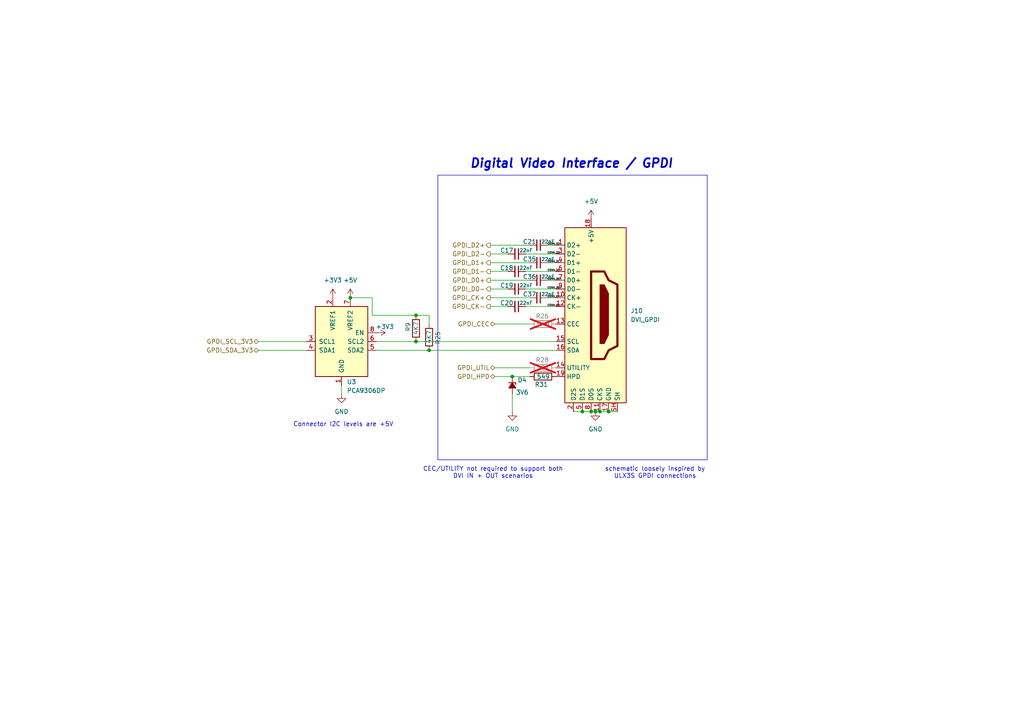
<source format=kicad_sch>
(kicad_sch (version 20231120) (generator "eeschema") (generator_version "8.0")
  (paper "A4")
  (lib_symbols
    (symbol "Connector:HDMI_A"
      (property "Reference" "J10" (at 11.43 1.2701 0))
      (property "Value" "DVI_GPDI" (at 11.43 -1.2699 0))
      (symbol "HDMI_A_0_1"
        (rectangle (start -7.62 25.4) (end 10.16 -25.4) (stroke (width 0.254)) (fill (type background)))
        (polyline (pts (xy 2.54 8.89) (xy 3.81 8.89) (xy 5.08 6.35) (xy 5.08 -5.715) (xy 3.81 -8.255) (xy 2.54 -8.255) (xy 2.54 8.89)) (fill (type outline)))
        (polyline (pts (xy 0 12.7) (xy 0 -12.7) (xy 3.81 -12.7) (xy 5.08 -10.16) (xy 7.62 -8.89) (xy 7.62 8.89) (xy 5.08 10.16) (xy 3.81 12.7) (xy 0 12.7)) (stroke (width 0.635)))
      )
      (symbol "HDMI_A_1_1"
        (pin passive line (at -10.16 20.32 0) (length 2.54) (name "D2+") (number "1"))
        (pin passive line (at -10.16 5.08 0) (length 2.54) (name "CK+") (number "10"))
        (pin power_in line (at 2.54 -27.94 90) (length 2.54) (name "CKS") (number "11"))
        (pin passive line (at -10.16 2.54 0) (length 2.54) (name "CK-") (number "12"))
        (pin bidirectional line (at -10.16 -2.54 0) (length 2.54) (name "CEC") (number "13"))
        (pin passive line (at -10.16 -15.24 0) (length 2.54) (name "UTILITY") (number "14"))
        (pin passive line (at -10.16 -7.62 0) (length 2.54) (name "SCL") (number "15"))
        (pin bidirectional line (at -10.16 -10.16 0) (length 2.54) (name "SDA") (number "16"))
        (pin power_in line (at 5.08 -27.94 90) (length 2.54) (name "GND") (number "17"))
        (pin power_in line (at 0 27.94 270) (length 2.54) (name "+5V") (number "18"))
        (pin passive line (at -10.16 -17.78 0) (length 2.54) (name "HPD") (number "19"))
        (pin power_in line (at -5.08 -27.94 90) (length 2.54) (name "D2S") (number "2"))
        (pin passive line (at -10.16 17.78 0) (length 2.54) (name "D2-") (number "3"))
        (pin passive line (at -10.16 15.24 0) (length 2.54) (name "D1+") (number "4"))
        (pin power_in line (at -2.54 -27.94 90) (length 2.54) (name "D1S") (number "5"))
        (pin passive line (at -10.16 12.7 0) (length 2.54) (name "D1-") (number "6"))
        (pin passive line (at -10.16 10.16 0) (length 2.54) (name "D0+") (number "7"))
        (pin power_in line (at 0 -27.94 90) (length 2.54) (name "D0S") (number "8"))
        (pin passive line (at -10.16 7.62 0) (length 2.54) (name "D0-") (number "9"))
        (pin passive line (at 7.62 -27.94 90) (length 2.54) (name "SH") (number "SH"))
      )
    )
    (symbol "Device:D_Zener_Small_Filled" (pin_numbers hide) (pin_names (offset 0.254) hide)
      (property "Reference" "D" (at 0 2.286 0))
      (property "Value" "D_Zener_Small_Filled" (at 0 -2.286 0))
      (symbol "D_Zener_Small_Filled_0_1"
        (polyline (pts (xy 0.762 0) (xy -0.762 0)))
        (polyline (pts (xy -0.254 1.016) (xy -0.762 1.016) (xy -0.762 -1.016)) (stroke (width 0.254)))
        (polyline (pts (xy 0.762 1.016) (xy -0.762 0) (xy 0.762 -1.016) (xy 0.762 1.016)) (stroke (width 0.254)) (fill (type outline)))
      )
      (symbol "D_Zener_Small_Filled_1_1"
        (pin passive line (at -2.54 0 0) (length 1.778) (name "K") (number "1"))
        (pin passive line (at 2.54 0 180) (length 1.778) (name "A") (number "2"))
      )
    )
    (symbol "Device:R" (pin_numbers hide) (pin_names (offset 0))
      (property "Reference" "R" (at 2.032 0 90))
      (property "Value" "R" (at 0 0 90))
      (symbol "R_0_1"
        (rectangle (start -1.016 -2.54) (end 1.016 2.54) (stroke (width 0.254)))
      )
      (symbol "R_1_1"
        (pin passive line (at 0 3.81 270) (length 1.27) (name "~") (number "1"))
        (pin passive line (at 0 -3.81 90) (length 1.27) (name "~") (number "2"))
      )
    )
    (symbol "Interface:PCA9306DP" (pin_names (offset 1.016))
      (property "Reference" "U" (at -7.62 11.43 0))
      (property "Value" "PCA9306DP" (at 3.81 11.43 0))
      (symbol "PCA9306DP_0_1"
        (rectangle (start -7.62 10.16) (end 7.62 -10.16) (stroke (width 0.254)) (fill (type background)))
      )
      (symbol "PCA9306DP_1_1"
        (pin power_in line (at 0 -12.7 90) (length 2.54) (name "GND") (number "1"))
        (pin power_in line (at -2.54 12.7 270) (length 2.54) (name "VREF1") (number "2"))
        (pin bidirectional line (at -10.16 0 0) (length 2.54) (name "SCL1") (number "3"))
        (pin bidirectional line (at -10.16 -2.54 0) (length 2.54) (name "SDA1") (number "4"))
        (pin bidirectional line (at 10.16 -2.54 180) (length 2.54) (name "SDA2") (number "5"))
        (pin bidirectional line (at 10.16 0 180) (length 2.54) (name "SCL2") (number "6"))
        (pin power_in line (at 2.54 12.7 270) (length 2.54) (name "VREF2") (number "7"))
        (pin input line (at 10.16 2.54 180) (length 2.54) (name "EN") (number "8"))
      )
    )
    (symbol "OLIMEX_RCL:C" (pin_numbers hide) (pin_names (offset 0.254) hide)
      (property "Reference" "C" (at 0.254 1.778 0))
      (property "Value" "C" (at 0.254 -2.032 0))
      (symbol "C_0_1"
        (polyline (pts (xy -1.524 -0.508) (xy 1.524 -0.508)) (stroke (width 0.3302)))
        (polyline (pts (xy -1.524 0.508) (xy 1.524 0.508)) (stroke (width 0.3048)))
      )
      (symbol "C_1_1"
        (pin passive line (at 0 2.54 270) (length 1.905) (name "~") (number "1"))
        (pin passive line (at 0 -2.54 90) (length 2.032) (name "~") (number "2"))
      )
    )
    (symbol "power:+3V3" (power) (pin_names (offset 0))
      (property "Value" "+3V3" (at 0 3.556 0))
      (symbol "+3V3_0_1"
        (polyline (pts (xy -0.762 1.27) (xy 0 2.54)))
        (polyline (pts (xy 0 0) (xy 0 2.54)))
        (polyline (pts (xy 0 2.54) (xy 0.762 1.27)))
      )
      (symbol "+3V3_1_1"
        (pin power_in line (at 0 0 90) (length 0) hide (name "+3V3") (number "1"))
      )
    )
    (symbol "power:+5V" (power) (pin_numbers hide) (pin_names (offset 0) hide)
      (property "Value" "+5V" (at 0 3.556 0))
      (symbol "+5V_0_1"
        (polyline (pts (xy -0.762 1.27) (xy 0 2.54)))
        (polyline (pts (xy 0 0) (xy 0 2.54)))
        (polyline (pts (xy 0 2.54) (xy 0.762 1.27)))
      )
      (symbol "+5V_1_1"
        (pin power_in line (at 0 0 90) (length 0) (name "~") (number "1"))
      )
    )
    (symbol "power:GND" (power) (pin_names (offset 0))
      (property "Value" "GND" (at 0 -3.81 0))
      (symbol "GND_0_1"
        (polyline (pts (xy 0 0) (xy 0 -1.27) (xy 1.27 -1.27) (xy 0 -2.54) (xy -1.27 -1.27) (xy 0 -1.27)))
      )
      (symbol "GND_1_1"
        (pin power_in line (at 0 0 270) (length 0) hide (name "GND") (number "1"))
      )
    )
  )
  (junction (at 171.45 119.38))
  (junction (at 172.72 119.38))
  (junction (at 120.65 91.44))
  (junction (at 124.46 101.6))
  (junction (at 148.59 109.22))
  (junction (at 120.65 99.06))
  (junction (at 101.6 86.36))
  (junction (at 173.99 119.38))
  (junction (at 168.91 119.38))
  (junction (at 176.53 119.38))
  (wire (pts (xy 142.24 81.28) (xy 153.67 81.28)))
  (wire (pts (xy 148.59 109.22) (xy 153.67 109.22)))
  (wire (pts (xy 109.22 99.06) (xy 120.65 99.06)))
  (wire (pts (xy 74.93 101.6) (xy 88.9 101.6)))
  (wire (pts (xy 152.4 83.82) (xy 161.29 83.82)))
  (wire (pts (xy 142.24 76.2) (xy 153.67 76.2)))
  (wire (pts (xy 142.24 88.9) (xy 147.32 88.9)))
  (wire (pts (xy 142.24 78.74) (xy 147.32 78.74)))
  (wire (pts (xy 168.91 119.38) (xy 171.45 119.38)))
  (wire (pts (xy 171.45 119.38) (xy 172.72 119.38)))
  (wire (pts (xy 143.51 93.98) (xy 153.67 93.98)))
  (wire (pts (xy 99.06 111.76) (xy 99.06 114.3)))
  (wire (pts (xy 109.22 101.6) (xy 124.46 101.6)))
  (wire (pts (xy 166.37 119.38) (xy 168.91 119.38)))
  (wire (pts (xy 120.65 91.44) (xy 107.95 91.44)))
  (wire (pts (xy 74.93 99.06) (xy 88.9 99.06)))
  (wire (pts (xy 158.75 71.12) (xy 161.29 71.12)))
  (wire (pts (xy 172.72 119.38) (xy 173.99 119.38)))
  (wire (pts (xy 158.75 81.28) (xy 161.29 81.28)))
  (wire (pts (xy 142.24 73.66) (xy 147.32 73.66)))
  (wire (pts (xy 124.46 91.44) (xy 120.65 91.44)))
  (wire (pts (xy 120.65 99.06) (xy 161.29 99.06)))
  (wire (pts (xy 142.24 71.12) (xy 153.67 71.12)))
  (wire (pts (xy 173.99 119.38) (xy 176.53 119.38)))
  (wire (pts (xy 152.4 73.66) (xy 161.29 73.66)))
  (wire (pts (xy 158.75 86.36) (xy 161.29 86.36)))
  (wire (pts (xy 143.51 109.22) (xy 148.59 109.22)))
  (wire (pts (xy 107.95 86.36) (xy 101.6 86.36)))
  (wire (pts (xy 107.95 91.44) (xy 107.95 86.36)))
  (wire (pts (xy 124.46 93.98) (xy 124.46 91.44)))
  (wire (pts (xy 143.51 106.68) (xy 153.67 106.68)))
  (wire (pts (xy 124.46 101.6) (xy 161.29 101.6)))
  (wire (pts (xy 148.59 114.3) (xy 148.59 119.38)))
  (wire (pts (xy 152.4 88.9) (xy 161.29 88.9)))
  (wire (pts (xy 142.24 86.36) (xy 153.67 86.36)))
  (wire (pts (xy 142.24 83.82) (xy 147.32 83.82)))
  (wire (pts (xy 158.75 76.2) (xy 161.29 76.2)))
  (wire (pts (xy 176.53 119.38) (xy 179.07 119.38)))
  (wire (pts (xy 152.4 78.74) (xy 161.29 78.74)))
  (rectangle (start 127 50.8) (end 205.105 133.35))
  (text "Digital Video Interface / GPDI" (at 136.144 49.022 0) (effects (font (size 2.54 2.54) (thickness 0.508) (bold yes) (italic yes)) (justify left bottom)))
  (text "Connector I2C levels are +5V" (at 99.568 123.19 0) (effects (font (size 1.27 1.27))))
  (text "schematic loosely inspired by\nULX3S GPDI connections" (at 189.992 137.16 0) (effects (font (size 1.27 1.27))))
  (text "CEC/UTILITY not required to support both\nDVI IN + OUT scenarios" (at 143.002 137.16 0) (effects (font (size 1.27 1.27))))
  (label "CONN_D2+" (at 158.75 71.12 0) (effects (font (size 0.508 0.508))))
  (label "CONN_CK-" (at 158.75 88.9 0) (effects (font (size 0.508 0.508))))
  (label "CONN_D2-" (at 158.75 73.66 0) (effects (font (size 0.508 0.508))))
  (label "CONN_D1-" (at 158.75 78.74 0) (effects (font (size 0.508 0.508))))
  (label "CONN_D0+" (at 158.75 81.28 0) (effects (font (size 0.508 0.508))))
  (label "CONN_D1+" (at 158.75 76.2 0) (effects (font (size 0.508 0.508))))
  (label "CONN_CK+" (at 158.75 86.36 0) (effects (font (size 0.508 0.508))))
  (label "CONN_D0-" (at 158.75 83.82 0) (effects (font (size 0.508 0.508))))
  (hierarchical_label "GPDI_SDA_3V3" (shape bidirectional) (at 74.93 101.6 180))
  (hierarchical_label "GPDI_D2-" (shape output) (at 142.24 73.66 180))
  (hierarchical_label "GPDI_CEC" (shape bidirectional) (at 143.51 93.98 180))
  (hierarchical_label "GPDI_D2+" (shape output) (at 142.24 71.12 180))
  (hierarchical_label "GPDI_D1+" (shape output) (at 142.24 76.2 180))
  (hierarchical_label "GPDI_D1-" (shape output) (at 142.24 78.74 180))
  (hierarchical_label "GPDI_D0+" (shape output) (at 142.24 81.28 180))
  (hierarchical_label "GPDI_HPD" (shape bidirectional) (at 143.51 109.22 180))
  (hierarchical_label "GPDI_CK+" (shape output) (at 142.24 86.36 180))
  (hierarchical_label "GPDI_SCL_3V3" (shape bidirectional) (at 74.93 99.06 180))
  (hierarchical_label "GPDI_CK-" (shape output) (at 142.24 88.9 180))
  (hierarchical_label "GPDI_D0-" (shape output) (at 142.24 83.82 180))
  (hierarchical_label "GPDI_UTIL" (shape bidirectional) (at 143.51 106.68 180))
  (symbol (lib_id "OLIMEX_RCL:C") (at 156.21 71.12 270) (unit 1)
    (property "Reference" "C21" (at 151.638 70.104 90) (effects (justify left)))
    (property "Value" "22nF" (at 156.972 70.104 90) (effects (font (size 1.016 1.016)) (justify left)))
    (property "Footprint" "Capacitor_SMD:C_0402_1005Metric" (effects (hide yes)))
  )
  (symbol (lib_id "power:+3V3") (at 96.52 86.36 0) (unit 1)
    (property "Reference" "#PWR07" (effects (hide yes)))
    (property "Value" "+3V3" (at 96.52 81.28 0))
  )
  (symbol (lib_id "OLIMEX_RCL:C") (at 156.21 76.2 270) (unit 1)
    (property "Reference" "C35" (at 151.638 75.184 90) (effects (justify left)))
    (property "Value" "22nF" (at 156.972 75.184 90) (effects (font (size 1.016 1.016)) (justify left)))
    (property "Footprint" "Capacitor_SMD:C_0402_1005Metric" (effects (hide yes)))
  )
  (symbol (lib_id "Device:R") (at 120.65 95.25 180) (unit 1)
    (property "Reference" "R9" (at 118.364 93.472 90) (effects (justify left)))
    (property "Value" "4K7" (at 120.65 93.218 90) (effects (justify left)))
    (property "Footprint" "Resistor_SMD:R_0402_1005Metric" (effects (hide yes)))
    (property "Mfg" "Yageo" (effects (hide yes)))
  )
  (symbol (lib_id "power:GND") (at 99.06 114.3 0) (mirror y) (unit 1)
    (property "Reference" "#PWR010" (effects (hide yes)))
    (property "Value" "GND" (at 99.06 119.38 0))
  )
  (symbol (lib_id "OLIMEX_RCL:C") (at 149.86 88.9 270) (unit 1)
    (property "Reference" "C20" (at 145.034 87.884 90) (effects (justify left)))
    (property "Value" "22nF" (at 150.622 87.884 90) (effects (font (size 1.016 1.016)) (justify left)))
    (property "Footprint" "Capacitor_SMD:C_0402_1005Metric" (effects (hide yes)))
  )
  (symbol (lib_id "Interface:PCA9306DP") (at 99.06 99.06 0) (unit 1)
    (property "Reference" "U3" (at 100.584 110.744 0) (effects (justify left)))
    (property "Value" "PCA9306DP" (at 100.584 113.284 0) (effects (justify left)))
    (property "Footprint" "Package_SO:TSSOP-8_3x3mm_P0.65mm" (effects (hide yes)))
    (property "Datasheet" "https://www.nxp.com/docs/en/data-sheet/PCA9306.pdf" (effects (hide yes)))
    (property "Description" "Dual bidirectional I2C Bus and SMBus voltage level translator, TSSOP-8" (effects (hide yes)))
    (property "lcsc#" "C128835" (effects (hide yes)))
  )
  (symbol (lib_id "OLIMEX_RCL:C") (at 156.21 81.28 270) (unit 1)
    (property "Reference" "C36" (at 151.638 80.264 90) (effects (justify left)))
    (property "Value" "22nF" (at 156.972 80.264 90) (effects (font (size 1.016 1.016)) (justify left)))
    (property "Footprint" "Capacitor_SMD:C_0402_1005Metric" (effects (hide yes)))
  )
  (symbol (lib_id "Connector:HDMI_A") (at 171.45 91.44 0) (unit 1)
    (property "Reference" "J10" (at 182.88 90.1699 0) (effects (justify left)))
    (property "Value" "DVI_GPDI" (at 182.88 92.7099 0) (effects (justify left)))
    (property "Footprint" "Connector_Video:HDMI_A_Amphenol_10029449-x01xLF_Horizontal" (effects (hide yes)))
  )
  (symbol (lib_id "Device:R") (at 157.48 106.68 90) (unit 1) (dnp yes)
    (property "Reference" "R28" (at 159.258 104.394 90) (effects (justify left)))
    (property "Value" "10K" (at 159.512 106.68 90) (effects (justify left)))
    (property "Footprint" "Resistor_SMD:R_0402_1005Metric" (effects (hide yes)))
    (property "Mfg" "Yageo" (effects (hide yes)))
  )
  (symbol (lib_id "power:+3V3") (at 109.22 96.52 270) (unit 1)
    (property "Reference" "#PWR012" (effects (hide yes)))
    (property "Value" "+3V3" (at 108.966 94.742 90) (effects (justify left)))
  )
  (symbol (lib_id "power:GND") (at 172.72 119.38 0) (mirror y) (unit 1)
    (property "Reference" "#PWR073" (effects (hide yes)))
    (property "Value" "GND" (at 172.72 124.46 0))
  )
  (symbol (lib_id "Device:R") (at 157.48 93.98 90) (unit 1) (dnp yes)
    (property "Reference" "R26" (at 159.258 91.694 90) (effects (justify left)))
    (property "Value" "549" (at 159.512 93.98 90) (effects (justify left)))
    (property "Footprint" "Resistor_SMD:R_0402_1005Metric" (effects (hide yes)))
    (property "Mfg" "Yageo" (effects (hide yes)))
  )
  (symbol (lib_id "Device:R") (at 124.46 97.79 180) (unit 1)
    (property "Reference" "R25" (at 127 96.012 90) (effects (justify left)))
    (property "Value" "4K7" (at 124.46 95.758 90) (effects (justify left)))
    (property "Footprint" "Resistor_SMD:R_0402_1005Metric" (effects (hide yes)))
    (property "Mfg" "Yageo" (effects (hide yes)))
  )
  (symbol (lib_id "power:+5V") (at 101.6 86.36 0) (unit 1)
    (property "Reference" "#PWR011" (effects (hide yes)))
    (property "Value" "+5V" (at 101.6 81.28 0))
    (property "Description" "Power symbol creates a global label with name \"+5V\"" (effects (hide yes)))
  )
  (symbol (lib_id "OLIMEX_RCL:C") (at 156.21 86.36 270) (unit 1)
    (property "Reference" "C37" (at 151.638 85.344 90) (effects (justify left)))
    (property "Value" "22nF" (at 156.972 85.344 90) (effects (font (size 1.016 1.016)) (justify left)))
    (property "Footprint" "Capacitor_SMD:C_0402_1005Metric" (effects (hide yes)))
  )
  (symbol (lib_id "power:GND") (at 148.59 119.38 0) (mirror y) (unit 1)
    (property "Reference" "#PWR013" (effects (hide yes)))
    (property "Value" "GND" (at 148.59 124.46 0))
  )
  (symbol (lib_id "OLIMEX_RCL:C") (at 149.86 73.66 270) (unit 1)
    (property "Reference" "C17" (at 145.034 72.644 90) (effects (justify left)))
    (property "Value" "22nF" (at 150.622 72.644 90) (effects (font (size 1.016 1.016)) (justify left)))
    (property "Footprint" "Capacitor_SMD:C_0402_1005Metric" (effects (hide yes)))
  )
  (symbol (lib_id "Device:D_Zener_Small_Filled") (at 148.59 111.76 270) (unit 1)
    (property "Reference" "D4" (at 150.114 110.236 90) (effects (justify left)))
    (property "Value" "3V6" (at 149.606 113.792 90) (effects (justify left)))
    (property "Footprint" "Diode_SMD:D_SOD-123F" (effects (hide yes)))
    (property "Description" "Zener diode, small symbol, filled shape" (effects (hide yes)))
  )
  (symbol (lib_id "Device:R") (at 157.48 109.22 90) (unit 1)
    (property "Reference" "R31" (at 159.004 111.506 90) (effects (justify left)))
    (property "Value" "549" (at 159.512 109.22 90) (effects (justify left)))
    (property "Footprint" "Resistor_SMD:R_0402_1005Metric" (effects (hide yes)))
    (property "Mfg" "Yageo" (effects (hide yes)))
  )
  (symbol (lib_id "power:+5V") (at 171.45 63.5 0) (unit 1)
    (property "Reference" "#PWR014" (effects (hide yes)))
    (property "Value" "+5V" (at 171.45 58.42 0))
    (property "Description" "Power symbol creates a global label with name \"+5V\"" (effects (hide yes)))
  )
  (symbol (lib_id "OLIMEX_RCL:C") (at 149.86 83.82 270) (unit 1)
    (property "Reference" "C19" (at 145.034 82.804 90) (effects (justify left)))
    (property "Value" "22nF" (at 150.622 82.804 90) (effects (font (size 1.016 1.016)) (justify left)))
    (property "Footprint" "Capacitor_SMD:C_0402_1005Metric" (effects (hide yes)))
  )
  (symbol (lib_id "OLIMEX_RCL:C") (at 149.86 78.74 270) (unit 1)
    (property "Reference" "C18" (at 145.034 77.724 90) (effects (justify left)))
    (property "Value" "22nF" (at 150.622 77.724 90) (effects (font (size 1.016 1.016)) (justify left)))
    (property "Footprint" "Capacitor_SMD:C_0402_1005Metric" (effects (hide yes)))
  )
)
</source>
